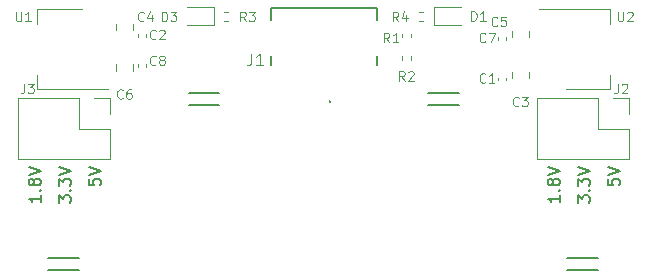
<source format=gbr>
%TF.GenerationSoftware,KiCad,Pcbnew,(7.0.0-0)*%
%TF.CreationDate,2023-05-14T13:41:57-06:00*%
%TF.ProjectId,Breadboard Power Supply,42726561-6462-46f6-9172-6420506f7765,v7*%
%TF.SameCoordinates,Original*%
%TF.FileFunction,Legend,Top*%
%TF.FilePolarity,Positive*%
%FSLAX46Y46*%
G04 Gerber Fmt 4.6, Leading zero omitted, Abs format (unit mm)*
G04 Created by KiCad (PCBNEW (7.0.0-0)) date 2023-05-14 13:41:57*
%MOMM*%
%LPD*%
G01*
G04 APERTURE LIST*
%ADD10C,0.150000*%
%ADD11C,0.100000*%
%ADD12C,0.120000*%
%ADD13C,0.127000*%
%ADD14C,0.200000*%
G04 APERTURE END LIST*
D10*
X152325380Y-89868238D02*
X152325380Y-90344428D01*
X152325380Y-90344428D02*
X152801571Y-90392047D01*
X152801571Y-90392047D02*
X152753952Y-90344428D01*
X152753952Y-90344428D02*
X152706333Y-90249190D01*
X152706333Y-90249190D02*
X152706333Y-90011095D01*
X152706333Y-90011095D02*
X152753952Y-89915857D01*
X152753952Y-89915857D02*
X152801571Y-89868238D01*
X152801571Y-89868238D02*
X152896809Y-89820619D01*
X152896809Y-89820619D02*
X153134904Y-89820619D01*
X153134904Y-89820619D02*
X153230142Y-89868238D01*
X153230142Y-89868238D02*
X153277761Y-89915857D01*
X153277761Y-89915857D02*
X153325380Y-90011095D01*
X153325380Y-90011095D02*
X153325380Y-90249190D01*
X153325380Y-90249190D02*
X153277761Y-90344428D01*
X153277761Y-90344428D02*
X153230142Y-90392047D01*
X152325380Y-89534904D02*
X153325380Y-89201571D01*
X153325380Y-89201571D02*
X152325380Y-88868238D01*
X105843380Y-91868237D02*
X105843380Y-91249190D01*
X105843380Y-91249190D02*
X106224333Y-91582523D01*
X106224333Y-91582523D02*
X106224333Y-91439666D01*
X106224333Y-91439666D02*
X106271952Y-91344428D01*
X106271952Y-91344428D02*
X106319571Y-91296809D01*
X106319571Y-91296809D02*
X106414809Y-91249190D01*
X106414809Y-91249190D02*
X106652904Y-91249190D01*
X106652904Y-91249190D02*
X106748142Y-91296809D01*
X106748142Y-91296809D02*
X106795761Y-91344428D01*
X106795761Y-91344428D02*
X106843380Y-91439666D01*
X106843380Y-91439666D02*
X106843380Y-91725380D01*
X106843380Y-91725380D02*
X106795761Y-91820618D01*
X106795761Y-91820618D02*
X106748142Y-91868237D01*
X106748142Y-90820618D02*
X106795761Y-90772999D01*
X106795761Y-90772999D02*
X106843380Y-90820618D01*
X106843380Y-90820618D02*
X106795761Y-90868237D01*
X106795761Y-90868237D02*
X106748142Y-90820618D01*
X106748142Y-90820618D02*
X106843380Y-90820618D01*
X105843380Y-90439666D02*
X105843380Y-89820619D01*
X105843380Y-89820619D02*
X106224333Y-90153952D01*
X106224333Y-90153952D02*
X106224333Y-90011095D01*
X106224333Y-90011095D02*
X106271952Y-89915857D01*
X106271952Y-89915857D02*
X106319571Y-89868238D01*
X106319571Y-89868238D02*
X106414809Y-89820619D01*
X106414809Y-89820619D02*
X106652904Y-89820619D01*
X106652904Y-89820619D02*
X106748142Y-89868238D01*
X106748142Y-89868238D02*
X106795761Y-89915857D01*
X106795761Y-89915857D02*
X106843380Y-90011095D01*
X106843380Y-90011095D02*
X106843380Y-90296809D01*
X106843380Y-90296809D02*
X106795761Y-90392047D01*
X106795761Y-90392047D02*
X106748142Y-90439666D01*
X105843380Y-89534904D02*
X106843380Y-89201571D01*
X106843380Y-89201571D02*
X105843380Y-88868238D01*
X104303380Y-91249190D02*
X104303380Y-91820618D01*
X104303380Y-91534904D02*
X103303380Y-91534904D01*
X103303380Y-91534904D02*
X103446238Y-91630142D01*
X103446238Y-91630142D02*
X103541476Y-91725380D01*
X103541476Y-91725380D02*
X103589095Y-91820618D01*
X104208142Y-90820618D02*
X104255761Y-90772999D01*
X104255761Y-90772999D02*
X104303380Y-90820618D01*
X104303380Y-90820618D02*
X104255761Y-90868237D01*
X104255761Y-90868237D02*
X104208142Y-90820618D01*
X104208142Y-90820618D02*
X104303380Y-90820618D01*
X103731952Y-90201571D02*
X103684333Y-90296809D01*
X103684333Y-90296809D02*
X103636714Y-90344428D01*
X103636714Y-90344428D02*
X103541476Y-90392047D01*
X103541476Y-90392047D02*
X103493857Y-90392047D01*
X103493857Y-90392047D02*
X103398619Y-90344428D01*
X103398619Y-90344428D02*
X103351000Y-90296809D01*
X103351000Y-90296809D02*
X103303380Y-90201571D01*
X103303380Y-90201571D02*
X103303380Y-90011095D01*
X103303380Y-90011095D02*
X103351000Y-89915857D01*
X103351000Y-89915857D02*
X103398619Y-89868238D01*
X103398619Y-89868238D02*
X103493857Y-89820619D01*
X103493857Y-89820619D02*
X103541476Y-89820619D01*
X103541476Y-89820619D02*
X103636714Y-89868238D01*
X103636714Y-89868238D02*
X103684333Y-89915857D01*
X103684333Y-89915857D02*
X103731952Y-90011095D01*
X103731952Y-90011095D02*
X103731952Y-90201571D01*
X103731952Y-90201571D02*
X103779571Y-90296809D01*
X103779571Y-90296809D02*
X103827190Y-90344428D01*
X103827190Y-90344428D02*
X103922428Y-90392047D01*
X103922428Y-90392047D02*
X104112904Y-90392047D01*
X104112904Y-90392047D02*
X104208142Y-90344428D01*
X104208142Y-90344428D02*
X104255761Y-90296809D01*
X104255761Y-90296809D02*
X104303380Y-90201571D01*
X104303380Y-90201571D02*
X104303380Y-90011095D01*
X104303380Y-90011095D02*
X104255761Y-89915857D01*
X104255761Y-89915857D02*
X104208142Y-89868238D01*
X104208142Y-89868238D02*
X104112904Y-89820619D01*
X104112904Y-89820619D02*
X103922428Y-89820619D01*
X103922428Y-89820619D02*
X103827190Y-89868238D01*
X103827190Y-89868238D02*
X103779571Y-89915857D01*
X103779571Y-89915857D02*
X103731952Y-90011095D01*
X103303380Y-89534904D02*
X104303380Y-89201571D01*
X104303380Y-89201571D02*
X103303380Y-88868238D01*
X149785380Y-91868237D02*
X149785380Y-91249190D01*
X149785380Y-91249190D02*
X150166333Y-91582523D01*
X150166333Y-91582523D02*
X150166333Y-91439666D01*
X150166333Y-91439666D02*
X150213952Y-91344428D01*
X150213952Y-91344428D02*
X150261571Y-91296809D01*
X150261571Y-91296809D02*
X150356809Y-91249190D01*
X150356809Y-91249190D02*
X150594904Y-91249190D01*
X150594904Y-91249190D02*
X150690142Y-91296809D01*
X150690142Y-91296809D02*
X150737761Y-91344428D01*
X150737761Y-91344428D02*
X150785380Y-91439666D01*
X150785380Y-91439666D02*
X150785380Y-91725380D01*
X150785380Y-91725380D02*
X150737761Y-91820618D01*
X150737761Y-91820618D02*
X150690142Y-91868237D01*
X150690142Y-90820618D02*
X150737761Y-90772999D01*
X150737761Y-90772999D02*
X150785380Y-90820618D01*
X150785380Y-90820618D02*
X150737761Y-90868237D01*
X150737761Y-90868237D02*
X150690142Y-90820618D01*
X150690142Y-90820618D02*
X150785380Y-90820618D01*
X149785380Y-90439666D02*
X149785380Y-89820619D01*
X149785380Y-89820619D02*
X150166333Y-90153952D01*
X150166333Y-90153952D02*
X150166333Y-90011095D01*
X150166333Y-90011095D02*
X150213952Y-89915857D01*
X150213952Y-89915857D02*
X150261571Y-89868238D01*
X150261571Y-89868238D02*
X150356809Y-89820619D01*
X150356809Y-89820619D02*
X150594904Y-89820619D01*
X150594904Y-89820619D02*
X150690142Y-89868238D01*
X150690142Y-89868238D02*
X150737761Y-89915857D01*
X150737761Y-89915857D02*
X150785380Y-90011095D01*
X150785380Y-90011095D02*
X150785380Y-90296809D01*
X150785380Y-90296809D02*
X150737761Y-90392047D01*
X150737761Y-90392047D02*
X150690142Y-90439666D01*
X149785380Y-89534904D02*
X150785380Y-89201571D01*
X150785380Y-89201571D02*
X149785380Y-88868238D01*
X148245380Y-91249190D02*
X148245380Y-91820618D01*
X148245380Y-91534904D02*
X147245380Y-91534904D01*
X147245380Y-91534904D02*
X147388238Y-91630142D01*
X147388238Y-91630142D02*
X147483476Y-91725380D01*
X147483476Y-91725380D02*
X147531095Y-91820618D01*
X148150142Y-90820618D02*
X148197761Y-90772999D01*
X148197761Y-90772999D02*
X148245380Y-90820618D01*
X148245380Y-90820618D02*
X148197761Y-90868237D01*
X148197761Y-90868237D02*
X148150142Y-90820618D01*
X148150142Y-90820618D02*
X148245380Y-90820618D01*
X147673952Y-90201571D02*
X147626333Y-90296809D01*
X147626333Y-90296809D02*
X147578714Y-90344428D01*
X147578714Y-90344428D02*
X147483476Y-90392047D01*
X147483476Y-90392047D02*
X147435857Y-90392047D01*
X147435857Y-90392047D02*
X147340619Y-90344428D01*
X147340619Y-90344428D02*
X147293000Y-90296809D01*
X147293000Y-90296809D02*
X147245380Y-90201571D01*
X147245380Y-90201571D02*
X147245380Y-90011095D01*
X147245380Y-90011095D02*
X147293000Y-89915857D01*
X147293000Y-89915857D02*
X147340619Y-89868238D01*
X147340619Y-89868238D02*
X147435857Y-89820619D01*
X147435857Y-89820619D02*
X147483476Y-89820619D01*
X147483476Y-89820619D02*
X147578714Y-89868238D01*
X147578714Y-89868238D02*
X147626333Y-89915857D01*
X147626333Y-89915857D02*
X147673952Y-90011095D01*
X147673952Y-90011095D02*
X147673952Y-90201571D01*
X147673952Y-90201571D02*
X147721571Y-90296809D01*
X147721571Y-90296809D02*
X147769190Y-90344428D01*
X147769190Y-90344428D02*
X147864428Y-90392047D01*
X147864428Y-90392047D02*
X148054904Y-90392047D01*
X148054904Y-90392047D02*
X148150142Y-90344428D01*
X148150142Y-90344428D02*
X148197761Y-90296809D01*
X148197761Y-90296809D02*
X148245380Y-90201571D01*
X148245380Y-90201571D02*
X148245380Y-90011095D01*
X148245380Y-90011095D02*
X148197761Y-89915857D01*
X148197761Y-89915857D02*
X148150142Y-89868238D01*
X148150142Y-89868238D02*
X148054904Y-89820619D01*
X148054904Y-89820619D02*
X147864428Y-89820619D01*
X147864428Y-89820619D02*
X147769190Y-89868238D01*
X147769190Y-89868238D02*
X147721571Y-89915857D01*
X147721571Y-89915857D02*
X147673952Y-90011095D01*
X147245380Y-89534904D02*
X148245380Y-89201571D01*
X148245380Y-89201571D02*
X147245380Y-88868238D01*
X108383380Y-89868238D02*
X108383380Y-90344428D01*
X108383380Y-90344428D02*
X108859571Y-90392047D01*
X108859571Y-90392047D02*
X108811952Y-90344428D01*
X108811952Y-90344428D02*
X108764333Y-90249190D01*
X108764333Y-90249190D02*
X108764333Y-90011095D01*
X108764333Y-90011095D02*
X108811952Y-89915857D01*
X108811952Y-89915857D02*
X108859571Y-89868238D01*
X108859571Y-89868238D02*
X108954809Y-89820619D01*
X108954809Y-89820619D02*
X109192904Y-89820619D01*
X109192904Y-89820619D02*
X109288142Y-89868238D01*
X109288142Y-89868238D02*
X109335761Y-89915857D01*
X109335761Y-89915857D02*
X109383380Y-90011095D01*
X109383380Y-90011095D02*
X109383380Y-90249190D01*
X109383380Y-90249190D02*
X109335761Y-90344428D01*
X109335761Y-90344428D02*
X109288142Y-90392047D01*
X108383380Y-89534904D02*
X109383380Y-89201571D01*
X109383380Y-89201571D02*
X108383380Y-88868238D01*
D11*
%TO.C,D3*%
X114579571Y-76493904D02*
X114579571Y-75693904D01*
X114579571Y-75693904D02*
X114770047Y-75693904D01*
X114770047Y-75693904D02*
X114884333Y-75732000D01*
X114884333Y-75732000D02*
X114960523Y-75808190D01*
X114960523Y-75808190D02*
X114998618Y-75884380D01*
X114998618Y-75884380D02*
X115036714Y-76036761D01*
X115036714Y-76036761D02*
X115036714Y-76151047D01*
X115036714Y-76151047D02*
X114998618Y-76303428D01*
X114998618Y-76303428D02*
X114960523Y-76379619D01*
X114960523Y-76379619D02*
X114884333Y-76455809D01*
X114884333Y-76455809D02*
X114770047Y-76493904D01*
X114770047Y-76493904D02*
X114579571Y-76493904D01*
X115303380Y-75693904D02*
X115798618Y-75693904D01*
X115798618Y-75693904D02*
X115531952Y-75998666D01*
X115531952Y-75998666D02*
X115646237Y-75998666D01*
X115646237Y-75998666D02*
X115722428Y-76036761D01*
X115722428Y-76036761D02*
X115760523Y-76074857D01*
X115760523Y-76074857D02*
X115798618Y-76151047D01*
X115798618Y-76151047D02*
X115798618Y-76341523D01*
X115798618Y-76341523D02*
X115760523Y-76417714D01*
X115760523Y-76417714D02*
X115722428Y-76455809D01*
X115722428Y-76455809D02*
X115646237Y-76493904D01*
X115646237Y-76493904D02*
X115417666Y-76493904D01*
X115417666Y-76493904D02*
X115341475Y-76455809D01*
X115341475Y-76455809D02*
X115303380Y-76417714D01*
%TO.C,C5*%
X142976714Y-76859714D02*
X142938618Y-76897809D01*
X142938618Y-76897809D02*
X142824333Y-76935904D01*
X142824333Y-76935904D02*
X142748142Y-76935904D01*
X142748142Y-76935904D02*
X142633856Y-76897809D01*
X142633856Y-76897809D02*
X142557666Y-76821619D01*
X142557666Y-76821619D02*
X142519571Y-76745428D01*
X142519571Y-76745428D02*
X142481475Y-76593047D01*
X142481475Y-76593047D02*
X142481475Y-76478761D01*
X142481475Y-76478761D02*
X142519571Y-76326380D01*
X142519571Y-76326380D02*
X142557666Y-76250190D01*
X142557666Y-76250190D02*
X142633856Y-76174000D01*
X142633856Y-76174000D02*
X142748142Y-76135904D01*
X142748142Y-76135904D02*
X142824333Y-76135904D01*
X142824333Y-76135904D02*
X142938618Y-76174000D01*
X142938618Y-76174000D02*
X142976714Y-76212095D01*
X143700523Y-76135904D02*
X143319571Y-76135904D01*
X143319571Y-76135904D02*
X143281475Y-76516857D01*
X143281475Y-76516857D02*
X143319571Y-76478761D01*
X143319571Y-76478761D02*
X143395761Y-76440666D01*
X143395761Y-76440666D02*
X143586237Y-76440666D01*
X143586237Y-76440666D02*
X143662428Y-76478761D01*
X143662428Y-76478761D02*
X143700523Y-76516857D01*
X143700523Y-76516857D02*
X143738618Y-76593047D01*
X143738618Y-76593047D02*
X143738618Y-76783523D01*
X143738618Y-76783523D02*
X143700523Y-76859714D01*
X143700523Y-76859714D02*
X143662428Y-76897809D01*
X143662428Y-76897809D02*
X143586237Y-76935904D01*
X143586237Y-76935904D02*
X143395761Y-76935904D01*
X143395761Y-76935904D02*
X143319571Y-76897809D01*
X143319571Y-76897809D02*
X143281475Y-76859714D01*
%TO.C,R3*%
X121678619Y-76493904D02*
X121411952Y-76112952D01*
X121221476Y-76493904D02*
X121221476Y-75693904D01*
X121221476Y-75693904D02*
X121526238Y-75693904D01*
X121526238Y-75693904D02*
X121602428Y-75732000D01*
X121602428Y-75732000D02*
X121640523Y-75770095D01*
X121640523Y-75770095D02*
X121678619Y-75846285D01*
X121678619Y-75846285D02*
X121678619Y-75960571D01*
X121678619Y-75960571D02*
X121640523Y-76036761D01*
X121640523Y-76036761D02*
X121602428Y-76074857D01*
X121602428Y-76074857D02*
X121526238Y-76112952D01*
X121526238Y-76112952D02*
X121221476Y-76112952D01*
X121945285Y-75693904D02*
X122440523Y-75693904D01*
X122440523Y-75693904D02*
X122173857Y-75998666D01*
X122173857Y-75998666D02*
X122288142Y-75998666D01*
X122288142Y-75998666D02*
X122364333Y-76036761D01*
X122364333Y-76036761D02*
X122402428Y-76074857D01*
X122402428Y-76074857D02*
X122440523Y-76151047D01*
X122440523Y-76151047D02*
X122440523Y-76341523D01*
X122440523Y-76341523D02*
X122402428Y-76417714D01*
X122402428Y-76417714D02*
X122364333Y-76455809D01*
X122364333Y-76455809D02*
X122288142Y-76493904D01*
X122288142Y-76493904D02*
X122059571Y-76493904D01*
X122059571Y-76493904D02*
X121983380Y-76455809D01*
X121983380Y-76455809D02*
X121945285Y-76417714D01*
%TO.C,J2*%
X153185047Y-81789904D02*
X153185047Y-82361333D01*
X153185047Y-82361333D02*
X153146952Y-82475619D01*
X153146952Y-82475619D02*
X153070761Y-82551809D01*
X153070761Y-82551809D02*
X152956476Y-82589904D01*
X152956476Y-82589904D02*
X152880285Y-82589904D01*
X153527904Y-81866095D02*
X153566000Y-81828000D01*
X153566000Y-81828000D02*
X153642190Y-81789904D01*
X153642190Y-81789904D02*
X153832666Y-81789904D01*
X153832666Y-81789904D02*
X153908857Y-81828000D01*
X153908857Y-81828000D02*
X153946952Y-81866095D01*
X153946952Y-81866095D02*
X153985047Y-81942285D01*
X153985047Y-81942285D02*
X153985047Y-82018476D01*
X153985047Y-82018476D02*
X153946952Y-82132761D01*
X153946952Y-82132761D02*
X153489809Y-82589904D01*
X153489809Y-82589904D02*
X153985047Y-82589904D01*
%TO.C,C8*%
X114058619Y-80128714D02*
X114020523Y-80166809D01*
X114020523Y-80166809D02*
X113906238Y-80204904D01*
X113906238Y-80204904D02*
X113830047Y-80204904D01*
X113830047Y-80204904D02*
X113715761Y-80166809D01*
X113715761Y-80166809D02*
X113639571Y-80090619D01*
X113639571Y-80090619D02*
X113601476Y-80014428D01*
X113601476Y-80014428D02*
X113563380Y-79862047D01*
X113563380Y-79862047D02*
X113563380Y-79747761D01*
X113563380Y-79747761D02*
X113601476Y-79595380D01*
X113601476Y-79595380D02*
X113639571Y-79519190D01*
X113639571Y-79519190D02*
X113715761Y-79443000D01*
X113715761Y-79443000D02*
X113830047Y-79404904D01*
X113830047Y-79404904D02*
X113906238Y-79404904D01*
X113906238Y-79404904D02*
X114020523Y-79443000D01*
X114020523Y-79443000D02*
X114058619Y-79481095D01*
X114515761Y-79747761D02*
X114439571Y-79709666D01*
X114439571Y-79709666D02*
X114401476Y-79671571D01*
X114401476Y-79671571D02*
X114363380Y-79595380D01*
X114363380Y-79595380D02*
X114363380Y-79557285D01*
X114363380Y-79557285D02*
X114401476Y-79481095D01*
X114401476Y-79481095D02*
X114439571Y-79443000D01*
X114439571Y-79443000D02*
X114515761Y-79404904D01*
X114515761Y-79404904D02*
X114668142Y-79404904D01*
X114668142Y-79404904D02*
X114744333Y-79443000D01*
X114744333Y-79443000D02*
X114782428Y-79481095D01*
X114782428Y-79481095D02*
X114820523Y-79557285D01*
X114820523Y-79557285D02*
X114820523Y-79595380D01*
X114820523Y-79595380D02*
X114782428Y-79671571D01*
X114782428Y-79671571D02*
X114744333Y-79709666D01*
X114744333Y-79709666D02*
X114668142Y-79747761D01*
X114668142Y-79747761D02*
X114515761Y-79747761D01*
X114515761Y-79747761D02*
X114439571Y-79785857D01*
X114439571Y-79785857D02*
X114401476Y-79823952D01*
X114401476Y-79823952D02*
X114363380Y-79900142D01*
X114363380Y-79900142D02*
X114363380Y-80052523D01*
X114363380Y-80052523D02*
X114401476Y-80128714D01*
X114401476Y-80128714D02*
X114439571Y-80166809D01*
X114439571Y-80166809D02*
X114515761Y-80204904D01*
X114515761Y-80204904D02*
X114668142Y-80204904D01*
X114668142Y-80204904D02*
X114744333Y-80166809D01*
X114744333Y-80166809D02*
X114782428Y-80128714D01*
X114782428Y-80128714D02*
X114820523Y-80052523D01*
X114820523Y-80052523D02*
X114820523Y-79900142D01*
X114820523Y-79900142D02*
X114782428Y-79823952D01*
X114782428Y-79823952D02*
X114744333Y-79785857D01*
X114744333Y-79785857D02*
X114668142Y-79747761D01*
%TO.C,C7*%
X141960714Y-78195714D02*
X141922618Y-78233809D01*
X141922618Y-78233809D02*
X141808333Y-78271904D01*
X141808333Y-78271904D02*
X141732142Y-78271904D01*
X141732142Y-78271904D02*
X141617856Y-78233809D01*
X141617856Y-78233809D02*
X141541666Y-78157619D01*
X141541666Y-78157619D02*
X141503571Y-78081428D01*
X141503571Y-78081428D02*
X141465475Y-77929047D01*
X141465475Y-77929047D02*
X141465475Y-77814761D01*
X141465475Y-77814761D02*
X141503571Y-77662380D01*
X141503571Y-77662380D02*
X141541666Y-77586190D01*
X141541666Y-77586190D02*
X141617856Y-77510000D01*
X141617856Y-77510000D02*
X141732142Y-77471904D01*
X141732142Y-77471904D02*
X141808333Y-77471904D01*
X141808333Y-77471904D02*
X141922618Y-77510000D01*
X141922618Y-77510000D02*
X141960714Y-77548095D01*
X142227380Y-77471904D02*
X142760714Y-77471904D01*
X142760714Y-77471904D02*
X142417856Y-78271904D01*
%TO.C,R2*%
X135121667Y-81533904D02*
X134855000Y-81152952D01*
X134664524Y-81533904D02*
X134664524Y-80733904D01*
X134664524Y-80733904D02*
X134969286Y-80733904D01*
X134969286Y-80733904D02*
X135045476Y-80772000D01*
X135045476Y-80772000D02*
X135083571Y-80810095D01*
X135083571Y-80810095D02*
X135121667Y-80886285D01*
X135121667Y-80886285D02*
X135121667Y-81000571D01*
X135121667Y-81000571D02*
X135083571Y-81076761D01*
X135083571Y-81076761D02*
X135045476Y-81114857D01*
X135045476Y-81114857D02*
X134969286Y-81152952D01*
X134969286Y-81152952D02*
X134664524Y-81152952D01*
X135426428Y-80810095D02*
X135464524Y-80772000D01*
X135464524Y-80772000D02*
X135540714Y-80733904D01*
X135540714Y-80733904D02*
X135731190Y-80733904D01*
X135731190Y-80733904D02*
X135807381Y-80772000D01*
X135807381Y-80772000D02*
X135845476Y-80810095D01*
X135845476Y-80810095D02*
X135883571Y-80886285D01*
X135883571Y-80886285D02*
X135883571Y-80962476D01*
X135883571Y-80962476D02*
X135845476Y-81076761D01*
X135845476Y-81076761D02*
X135388333Y-81533904D01*
X135388333Y-81533904D02*
X135883571Y-81533904D01*
%TO.C,C2*%
X114058619Y-77941714D02*
X114020523Y-77979809D01*
X114020523Y-77979809D02*
X113906238Y-78017904D01*
X113906238Y-78017904D02*
X113830047Y-78017904D01*
X113830047Y-78017904D02*
X113715761Y-77979809D01*
X113715761Y-77979809D02*
X113639571Y-77903619D01*
X113639571Y-77903619D02*
X113601476Y-77827428D01*
X113601476Y-77827428D02*
X113563380Y-77675047D01*
X113563380Y-77675047D02*
X113563380Y-77560761D01*
X113563380Y-77560761D02*
X113601476Y-77408380D01*
X113601476Y-77408380D02*
X113639571Y-77332190D01*
X113639571Y-77332190D02*
X113715761Y-77256000D01*
X113715761Y-77256000D02*
X113830047Y-77217904D01*
X113830047Y-77217904D02*
X113906238Y-77217904D01*
X113906238Y-77217904D02*
X114020523Y-77256000D01*
X114020523Y-77256000D02*
X114058619Y-77294095D01*
X114363380Y-77294095D02*
X114401476Y-77256000D01*
X114401476Y-77256000D02*
X114477666Y-77217904D01*
X114477666Y-77217904D02*
X114668142Y-77217904D01*
X114668142Y-77217904D02*
X114744333Y-77256000D01*
X114744333Y-77256000D02*
X114782428Y-77294095D01*
X114782428Y-77294095D02*
X114820523Y-77370285D01*
X114820523Y-77370285D02*
X114820523Y-77446476D01*
X114820523Y-77446476D02*
X114782428Y-77560761D01*
X114782428Y-77560761D02*
X114325285Y-78017904D01*
X114325285Y-78017904D02*
X114820523Y-78017904D01*
%TO.C,C4*%
X113042619Y-76417714D02*
X113004523Y-76455809D01*
X113004523Y-76455809D02*
X112890238Y-76493904D01*
X112890238Y-76493904D02*
X112814047Y-76493904D01*
X112814047Y-76493904D02*
X112699761Y-76455809D01*
X112699761Y-76455809D02*
X112623571Y-76379619D01*
X112623571Y-76379619D02*
X112585476Y-76303428D01*
X112585476Y-76303428D02*
X112547380Y-76151047D01*
X112547380Y-76151047D02*
X112547380Y-76036761D01*
X112547380Y-76036761D02*
X112585476Y-75884380D01*
X112585476Y-75884380D02*
X112623571Y-75808190D01*
X112623571Y-75808190D02*
X112699761Y-75732000D01*
X112699761Y-75732000D02*
X112814047Y-75693904D01*
X112814047Y-75693904D02*
X112890238Y-75693904D01*
X112890238Y-75693904D02*
X113004523Y-75732000D01*
X113004523Y-75732000D02*
X113042619Y-75770095D01*
X113728333Y-75960571D02*
X113728333Y-76493904D01*
X113537857Y-75655809D02*
X113347380Y-76227238D01*
X113347380Y-76227238D02*
X113842619Y-76227238D01*
%TO.C,C3*%
X144773667Y-83616714D02*
X144735571Y-83654809D01*
X144735571Y-83654809D02*
X144621286Y-83692904D01*
X144621286Y-83692904D02*
X144545095Y-83692904D01*
X144545095Y-83692904D02*
X144430809Y-83654809D01*
X144430809Y-83654809D02*
X144354619Y-83578619D01*
X144354619Y-83578619D02*
X144316524Y-83502428D01*
X144316524Y-83502428D02*
X144278428Y-83350047D01*
X144278428Y-83350047D02*
X144278428Y-83235761D01*
X144278428Y-83235761D02*
X144316524Y-83083380D01*
X144316524Y-83083380D02*
X144354619Y-83007190D01*
X144354619Y-83007190D02*
X144430809Y-82931000D01*
X144430809Y-82931000D02*
X144545095Y-82892904D01*
X144545095Y-82892904D02*
X144621286Y-82892904D01*
X144621286Y-82892904D02*
X144735571Y-82931000D01*
X144735571Y-82931000D02*
X144773667Y-82969095D01*
X145040333Y-82892904D02*
X145535571Y-82892904D01*
X145535571Y-82892904D02*
X145268905Y-83197666D01*
X145268905Y-83197666D02*
X145383190Y-83197666D01*
X145383190Y-83197666D02*
X145459381Y-83235761D01*
X145459381Y-83235761D02*
X145497476Y-83273857D01*
X145497476Y-83273857D02*
X145535571Y-83350047D01*
X145535571Y-83350047D02*
X145535571Y-83540523D01*
X145535571Y-83540523D02*
X145497476Y-83616714D01*
X145497476Y-83616714D02*
X145459381Y-83654809D01*
X145459381Y-83654809D02*
X145383190Y-83692904D01*
X145383190Y-83692904D02*
X145154619Y-83692904D01*
X145154619Y-83692904D02*
X145078428Y-83654809D01*
X145078428Y-83654809D02*
X145040333Y-83616714D01*
%TO.C,D1*%
X140779476Y-76453904D02*
X140779476Y-75653904D01*
X140779476Y-75653904D02*
X140969952Y-75653904D01*
X140969952Y-75653904D02*
X141084238Y-75692000D01*
X141084238Y-75692000D02*
X141160428Y-75768190D01*
X141160428Y-75768190D02*
X141198523Y-75844380D01*
X141198523Y-75844380D02*
X141236619Y-75996761D01*
X141236619Y-75996761D02*
X141236619Y-76111047D01*
X141236619Y-76111047D02*
X141198523Y-76263428D01*
X141198523Y-76263428D02*
X141160428Y-76339619D01*
X141160428Y-76339619D02*
X141084238Y-76415809D01*
X141084238Y-76415809D02*
X140969952Y-76453904D01*
X140969952Y-76453904D02*
X140779476Y-76453904D01*
X141998523Y-76453904D02*
X141541380Y-76453904D01*
X141769952Y-76453904D02*
X141769952Y-75653904D01*
X141769952Y-75653904D02*
X141693761Y-75768190D01*
X141693761Y-75768190D02*
X141617571Y-75844380D01*
X141617571Y-75844380D02*
X141541380Y-75882476D01*
%TO.C,C1*%
X141960714Y-81624714D02*
X141922618Y-81662809D01*
X141922618Y-81662809D02*
X141808333Y-81700904D01*
X141808333Y-81700904D02*
X141732142Y-81700904D01*
X141732142Y-81700904D02*
X141617856Y-81662809D01*
X141617856Y-81662809D02*
X141541666Y-81586619D01*
X141541666Y-81586619D02*
X141503571Y-81510428D01*
X141503571Y-81510428D02*
X141465475Y-81358047D01*
X141465475Y-81358047D02*
X141465475Y-81243761D01*
X141465475Y-81243761D02*
X141503571Y-81091380D01*
X141503571Y-81091380D02*
X141541666Y-81015190D01*
X141541666Y-81015190D02*
X141617856Y-80939000D01*
X141617856Y-80939000D02*
X141732142Y-80900904D01*
X141732142Y-80900904D02*
X141808333Y-80900904D01*
X141808333Y-80900904D02*
X141922618Y-80939000D01*
X141922618Y-80939000D02*
X141960714Y-80977095D01*
X142722618Y-81700904D02*
X142265475Y-81700904D01*
X142494047Y-81700904D02*
X142494047Y-80900904D01*
X142494047Y-80900904D02*
X142417856Y-81015190D01*
X142417856Y-81015190D02*
X142341666Y-81091380D01*
X142341666Y-81091380D02*
X142265475Y-81129476D01*
%TO.C,R1*%
X133832714Y-78271904D02*
X133566047Y-77890952D01*
X133375571Y-78271904D02*
X133375571Y-77471904D01*
X133375571Y-77471904D02*
X133680333Y-77471904D01*
X133680333Y-77471904D02*
X133756523Y-77510000D01*
X133756523Y-77510000D02*
X133794618Y-77548095D01*
X133794618Y-77548095D02*
X133832714Y-77624285D01*
X133832714Y-77624285D02*
X133832714Y-77738571D01*
X133832714Y-77738571D02*
X133794618Y-77814761D01*
X133794618Y-77814761D02*
X133756523Y-77852857D01*
X133756523Y-77852857D02*
X133680333Y-77890952D01*
X133680333Y-77890952D02*
X133375571Y-77890952D01*
X134594618Y-78271904D02*
X134137475Y-78271904D01*
X134366047Y-78271904D02*
X134366047Y-77471904D01*
X134366047Y-77471904D02*
X134289856Y-77586190D01*
X134289856Y-77586190D02*
X134213666Y-77662380D01*
X134213666Y-77662380D02*
X134137475Y-77700476D01*
%TO.C,J1*%
X122126523Y-79250380D02*
X122126523Y-79964666D01*
X122126523Y-79964666D02*
X122078904Y-80107523D01*
X122078904Y-80107523D02*
X121983666Y-80202761D01*
X121983666Y-80202761D02*
X121840809Y-80250380D01*
X121840809Y-80250380D02*
X121745571Y-80250380D01*
X123126523Y-80250380D02*
X122555095Y-80250380D01*
X122840809Y-80250380D02*
X122840809Y-79250380D01*
X122840809Y-79250380D02*
X122745571Y-79393238D01*
X122745571Y-79393238D02*
X122650333Y-79488476D01*
X122650333Y-79488476D02*
X122555095Y-79536095D01*
%TO.C,J3*%
X102908047Y-81789904D02*
X102908047Y-82361333D01*
X102908047Y-82361333D02*
X102869952Y-82475619D01*
X102869952Y-82475619D02*
X102793761Y-82551809D01*
X102793761Y-82551809D02*
X102679476Y-82589904D01*
X102679476Y-82589904D02*
X102603285Y-82589904D01*
X103212809Y-81789904D02*
X103708047Y-81789904D01*
X103708047Y-81789904D02*
X103441381Y-82094666D01*
X103441381Y-82094666D02*
X103555666Y-82094666D01*
X103555666Y-82094666D02*
X103631857Y-82132761D01*
X103631857Y-82132761D02*
X103669952Y-82170857D01*
X103669952Y-82170857D02*
X103708047Y-82247047D01*
X103708047Y-82247047D02*
X103708047Y-82437523D01*
X103708047Y-82437523D02*
X103669952Y-82513714D01*
X103669952Y-82513714D02*
X103631857Y-82551809D01*
X103631857Y-82551809D02*
X103555666Y-82589904D01*
X103555666Y-82589904D02*
X103327095Y-82589904D01*
X103327095Y-82589904D02*
X103250904Y-82551809D01*
X103250904Y-82551809D02*
X103212809Y-82513714D01*
%TO.C,U2*%
X153187476Y-75693904D02*
X153187476Y-76341523D01*
X153187476Y-76341523D02*
X153225571Y-76417714D01*
X153225571Y-76417714D02*
X153263666Y-76455809D01*
X153263666Y-76455809D02*
X153339857Y-76493904D01*
X153339857Y-76493904D02*
X153492238Y-76493904D01*
X153492238Y-76493904D02*
X153568428Y-76455809D01*
X153568428Y-76455809D02*
X153606523Y-76417714D01*
X153606523Y-76417714D02*
X153644619Y-76341523D01*
X153644619Y-76341523D02*
X153644619Y-75693904D01*
X153987475Y-75770095D02*
X154025571Y-75732000D01*
X154025571Y-75732000D02*
X154101761Y-75693904D01*
X154101761Y-75693904D02*
X154292237Y-75693904D01*
X154292237Y-75693904D02*
X154368428Y-75732000D01*
X154368428Y-75732000D02*
X154406523Y-75770095D01*
X154406523Y-75770095D02*
X154444618Y-75846285D01*
X154444618Y-75846285D02*
X154444618Y-75922476D01*
X154444618Y-75922476D02*
X154406523Y-76036761D01*
X154406523Y-76036761D02*
X153949380Y-76493904D01*
X153949380Y-76493904D02*
X154444618Y-76493904D01*
%TO.C,R4*%
X134594714Y-76493904D02*
X134328047Y-76112952D01*
X134137571Y-76493904D02*
X134137571Y-75693904D01*
X134137571Y-75693904D02*
X134442333Y-75693904D01*
X134442333Y-75693904D02*
X134518523Y-75732000D01*
X134518523Y-75732000D02*
X134556618Y-75770095D01*
X134556618Y-75770095D02*
X134594714Y-75846285D01*
X134594714Y-75846285D02*
X134594714Y-75960571D01*
X134594714Y-75960571D02*
X134556618Y-76036761D01*
X134556618Y-76036761D02*
X134518523Y-76074857D01*
X134518523Y-76074857D02*
X134442333Y-76112952D01*
X134442333Y-76112952D02*
X134137571Y-76112952D01*
X135280428Y-75960571D02*
X135280428Y-76493904D01*
X135089952Y-75655809D02*
X134899475Y-76227238D01*
X134899475Y-76227238D02*
X135394714Y-76227238D01*
%TO.C,U1*%
X102222476Y-75693904D02*
X102222476Y-76341523D01*
X102222476Y-76341523D02*
X102260571Y-76417714D01*
X102260571Y-76417714D02*
X102298666Y-76455809D01*
X102298666Y-76455809D02*
X102374857Y-76493904D01*
X102374857Y-76493904D02*
X102527238Y-76493904D01*
X102527238Y-76493904D02*
X102603428Y-76455809D01*
X102603428Y-76455809D02*
X102641523Y-76417714D01*
X102641523Y-76417714D02*
X102679619Y-76341523D01*
X102679619Y-76341523D02*
X102679619Y-75693904D01*
X103479618Y-76493904D02*
X103022475Y-76493904D01*
X103251047Y-76493904D02*
X103251047Y-75693904D01*
X103251047Y-75693904D02*
X103174856Y-75808190D01*
X103174856Y-75808190D02*
X103098666Y-75884380D01*
X103098666Y-75884380D02*
X103022475Y-75922476D01*
%TO.C,C6*%
X111245667Y-82981714D02*
X111207571Y-83019809D01*
X111207571Y-83019809D02*
X111093286Y-83057904D01*
X111093286Y-83057904D02*
X111017095Y-83057904D01*
X111017095Y-83057904D02*
X110902809Y-83019809D01*
X110902809Y-83019809D02*
X110826619Y-82943619D01*
X110826619Y-82943619D02*
X110788524Y-82867428D01*
X110788524Y-82867428D02*
X110750428Y-82715047D01*
X110750428Y-82715047D02*
X110750428Y-82600761D01*
X110750428Y-82600761D02*
X110788524Y-82448380D01*
X110788524Y-82448380D02*
X110826619Y-82372190D01*
X110826619Y-82372190D02*
X110902809Y-82296000D01*
X110902809Y-82296000D02*
X111017095Y-82257904D01*
X111017095Y-82257904D02*
X111093286Y-82257904D01*
X111093286Y-82257904D02*
X111207571Y-82296000D01*
X111207571Y-82296000D02*
X111245667Y-82334095D01*
X111931381Y-82257904D02*
X111779000Y-82257904D01*
X111779000Y-82257904D02*
X111702809Y-82296000D01*
X111702809Y-82296000D02*
X111664714Y-82334095D01*
X111664714Y-82334095D02*
X111588524Y-82448380D01*
X111588524Y-82448380D02*
X111550428Y-82600761D01*
X111550428Y-82600761D02*
X111550428Y-82905523D01*
X111550428Y-82905523D02*
X111588524Y-82981714D01*
X111588524Y-82981714D02*
X111626619Y-83019809D01*
X111626619Y-83019809D02*
X111702809Y-83057904D01*
X111702809Y-83057904D02*
X111855190Y-83057904D01*
X111855190Y-83057904D02*
X111931381Y-83019809D01*
X111931381Y-83019809D02*
X111969476Y-82981714D01*
X111969476Y-82981714D02*
X112007571Y-82905523D01*
X112007571Y-82905523D02*
X112007571Y-82715047D01*
X112007571Y-82715047D02*
X111969476Y-82638857D01*
X111969476Y-82638857D02*
X111931381Y-82600761D01*
X111931381Y-82600761D02*
X111855190Y-82562666D01*
X111855190Y-82562666D02*
X111702809Y-82562666D01*
X111702809Y-82562666D02*
X111626619Y-82600761D01*
X111626619Y-82600761D02*
X111588524Y-82638857D01*
X111588524Y-82638857D02*
X111550428Y-82715047D01*
D12*
%TO.C,D3*%
X118960000Y-76808000D02*
X118960000Y-75338000D01*
X118960000Y-75338000D02*
X116675000Y-75338000D01*
X116675000Y-76808000D02*
X118960000Y-76808000D01*
%TO.C,C5*%
X144172000Y-77858252D02*
X144172000Y-77335748D01*
X145642000Y-77858252D02*
X145642000Y-77335748D01*
D13*
%TO.C,TP3*%
X137100000Y-83568000D02*
X139700000Y-83568000D01*
X139700000Y-82548000D02*
X137100000Y-82548000D01*
D12*
%TO.C,R3*%
X119861359Y-75693000D02*
X120168641Y-75693000D01*
X119861359Y-76453000D02*
X120168641Y-76453000D01*
%TO.C,J2*%
X154096000Y-82998000D02*
X154096000Y-84328000D01*
X152766000Y-82998000D02*
X154096000Y-82998000D01*
X151496000Y-82998000D02*
X146356000Y-82998000D01*
X151496000Y-82998000D02*
X151496000Y-85598000D01*
X146356000Y-82998000D02*
X146356000Y-88198000D01*
X154096000Y-85598000D02*
X154096000Y-88198000D01*
X151496000Y-85598000D02*
X154096000Y-85598000D01*
X154096000Y-88198000D02*
X146356000Y-88198000D01*
%TO.C,C8*%
X113263000Y-80156164D02*
X113263000Y-80371836D01*
X112543000Y-80156164D02*
X112543000Y-80371836D01*
%TO.C,C7*%
X143023000Y-78085836D02*
X143023000Y-77870164D01*
X143743000Y-78085836D02*
X143743000Y-77870164D01*
D13*
%TO.C,TP2*%
X119440000Y-82552000D02*
X116840000Y-82552000D01*
X116840000Y-83572000D02*
X119440000Y-83572000D01*
D12*
%TO.C,R2*%
X135635000Y-79475359D02*
X135635000Y-79782641D01*
X134875000Y-79475359D02*
X134875000Y-79782641D01*
%TO.C,C2*%
X112543000Y-77831836D02*
X112543000Y-77616164D01*
X113263000Y-77831836D02*
X113263000Y-77616164D01*
%TO.C,C4*%
X110644000Y-77223252D02*
X110644000Y-76700748D01*
X112114000Y-77223252D02*
X112114000Y-76700748D01*
%TO.C,C3*%
X144172000Y-81287252D02*
X144172000Y-80764748D01*
X145642000Y-81287252D02*
X145642000Y-80764748D01*
%TO.C,D1*%
X137580000Y-75338000D02*
X137580000Y-76808000D01*
X137580000Y-76808000D02*
X139865000Y-76808000D01*
X139865000Y-75338000D02*
X137580000Y-75338000D01*
%TO.C,C1*%
X143023000Y-81514836D02*
X143023000Y-81299164D01*
X143743000Y-81514836D02*
X143743000Y-81299164D01*
%TO.C,R1*%
X134875000Y-77877641D02*
X134875000Y-77570359D01*
X135635000Y-77877641D02*
X135635000Y-77570359D01*
D14*
%TO.C,J1*%
X132742000Y-80228000D02*
X132742000Y-79428000D01*
X132742000Y-76428000D02*
X132742000Y-75378000D01*
X132742000Y-75378000D02*
X123802000Y-75378000D01*
X128772000Y-83328000D02*
X128772000Y-83328000D01*
X128772000Y-83328000D02*
X128772000Y-83328000D01*
X128772000Y-83228000D02*
X128772000Y-83228000D01*
X123802000Y-80228000D02*
X123802000Y-79428000D01*
X123802000Y-75378000D02*
X123802000Y-76428000D01*
X128772000Y-83228000D02*
G75*
G03*
X128772000Y-83328000I0J-50000D01*
G01*
X128772000Y-83328000D02*
G75*
G03*
X128772000Y-83228000I0J50000D01*
G01*
X128772000Y-83328000D02*
G75*
G03*
X128772000Y-83228000I0J50000D01*
G01*
D12*
%TO.C,J3*%
X110154000Y-82998000D02*
X110154000Y-84328000D01*
X108824000Y-82998000D02*
X110154000Y-82998000D01*
X107554000Y-82998000D02*
X102414000Y-82998000D01*
X107554000Y-82998000D02*
X107554000Y-85598000D01*
X102414000Y-82998000D02*
X102414000Y-88198000D01*
X110154000Y-85598000D02*
X110154000Y-88198000D01*
X107554000Y-85598000D02*
X110154000Y-85598000D01*
X110154000Y-88198000D02*
X102414000Y-88198000D01*
%TO.C,U2*%
X146522000Y-75457000D02*
X152532000Y-75457000D01*
X148772000Y-82277000D02*
X152532000Y-82277000D01*
X152532000Y-75457000D02*
X152532000Y-76717000D01*
X152532000Y-82277000D02*
X152532000Y-81017000D01*
D13*
%TO.C,TP1*%
X104969000Y-97536000D02*
X107569000Y-97536000D01*
X107569000Y-96516000D02*
X104969000Y-96516000D01*
%TO.C,TP4*%
X148911000Y-97536000D02*
X151511000Y-97536000D01*
X151511000Y-96516000D02*
X148911000Y-96516000D01*
D12*
%TO.C,R4*%
X136678641Y-76453000D02*
X136371359Y-76453000D01*
X136678641Y-75693000D02*
X136371359Y-75693000D01*
%TO.C,U1*%
X110018000Y-82277000D02*
X104008000Y-82277000D01*
X107768000Y-75457000D02*
X104008000Y-75457000D01*
X104008000Y-82277000D02*
X104008000Y-81017000D01*
X104008000Y-75457000D02*
X104008000Y-76717000D01*
%TO.C,C6*%
X112114000Y-80157748D02*
X112114000Y-80680252D01*
X110644000Y-80157748D02*
X110644000Y-80680252D01*
%TD*%
M02*

</source>
